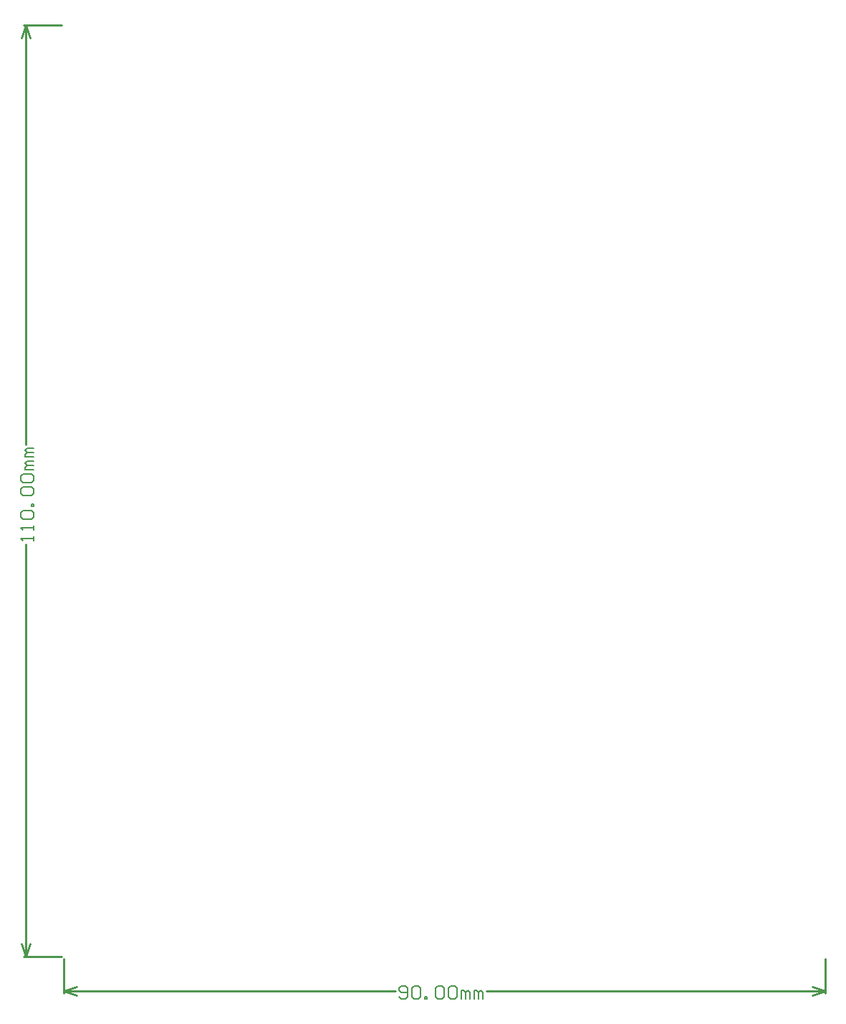
<source format=gbr>
G04 Layer_Color=16711935*
%FSLAX45Y45*%
%MOMM*%
%TF.FileFunction,Other,Mechanical_5*%
%TF.Part,Single*%
G01*
G75*
%TA.AperFunction,NonConductor*%
%ADD54C,0.25400*%
%ADD55C,0.15240*%
D54*
X-470400Y10999000D02*
X-27400D01*
X-470400Y-1000D02*
X-27400D01*
X-445000Y6044923D02*
Y10999000D01*
Y-1000D02*
Y4871797D01*
X-495800Y10846600D02*
X-445000Y10999000D01*
X-394200Y10846600D01*
X-445000Y-1000D02*
X-394200Y151400D01*
X-495800D02*
X-445000Y-1000D01*
X8998000Y-432900D02*
Y-26400D01*
X-2000Y-432900D02*
Y-26400D01*
X4993140Y-407500D02*
X8998000D01*
X-2000D02*
X3921580D01*
X8845600Y-356700D02*
X8998000Y-407500D01*
X8845600Y-458300D02*
X8998000Y-407500D01*
X-2000D02*
X150400Y-458300D01*
X-2000Y-407500D02*
X150400Y-356700D01*
D55*
X-353585Y4912437D02*
Y4963220D01*
Y4937829D01*
X-505935D01*
X-480544Y4912437D01*
X-353585Y5039396D02*
Y5090179D01*
Y5064787D01*
X-505935D01*
X-480544Y5039396D01*
Y5166354D02*
X-505935Y5191746D01*
Y5242530D01*
X-480544Y5267922D01*
X-378977D01*
X-353585Y5242530D01*
Y5191746D01*
X-378977Y5166354D01*
X-480544D01*
X-353585Y5318705D02*
X-378977D01*
Y5344097D01*
X-353585D01*
Y5318705D01*
X-480544Y5445664D02*
X-505935Y5471056D01*
Y5521839D01*
X-480544Y5547231D01*
X-378977D01*
X-353585Y5521839D01*
Y5471056D01*
X-378977Y5445664D01*
X-480544D01*
Y5598015D02*
X-505935Y5623407D01*
Y5674190D01*
X-480544Y5699582D01*
X-378977D01*
X-353585Y5674190D01*
Y5623407D01*
X-378977Y5598015D01*
X-480544D01*
X-353585Y5750365D02*
X-455152D01*
Y5775757D01*
X-429760Y5801149D01*
X-353585D01*
X-429760D01*
X-455152Y5826541D01*
X-429760Y5851933D01*
X-353585D01*
Y5902716D02*
X-455152D01*
Y5928108D01*
X-429760Y5953500D01*
X-353585D01*
X-429760D01*
X-455152Y5978892D01*
X-429760Y6004283D01*
X-353585D01*
X3962220Y-473524D02*
X3987612Y-498915D01*
X4038396D01*
X4063787Y-473524D01*
Y-371957D01*
X4038396Y-346565D01*
X3987612D01*
X3962220Y-371957D01*
Y-397348D01*
X3987612Y-422740D01*
X4063787D01*
X4114571Y-371957D02*
X4139963Y-346565D01*
X4190746D01*
X4216138Y-371957D01*
Y-473524D01*
X4190746Y-498915D01*
X4139963D01*
X4114571Y-473524D01*
Y-371957D01*
X4266922Y-498915D02*
Y-473524D01*
X4292313D01*
Y-498915D01*
X4266922D01*
X4393880Y-371957D02*
X4419272Y-346565D01*
X4470056D01*
X4495448Y-371957D01*
Y-473524D01*
X4470056Y-498915D01*
X4419272D01*
X4393880Y-473524D01*
Y-371957D01*
X4546231D02*
X4571623Y-346565D01*
X4622407D01*
X4647798Y-371957D01*
Y-473524D01*
X4622407Y-498915D01*
X4571623D01*
X4546231Y-473524D01*
Y-371957D01*
X4698582Y-498915D02*
Y-397348D01*
X4723974D01*
X4749365Y-422740D01*
Y-498915D01*
Y-422740D01*
X4774757Y-397348D01*
X4800149Y-422740D01*
Y-498915D01*
X4850933D02*
Y-397348D01*
X4876325D01*
X4901716Y-422740D01*
Y-498915D01*
Y-422740D01*
X4927108Y-397348D01*
X4952500Y-422740D01*
Y-498915D01*
%TF.MD5,43f8b96e57035d490502f7a29686e0d8*%
M02*

</source>
